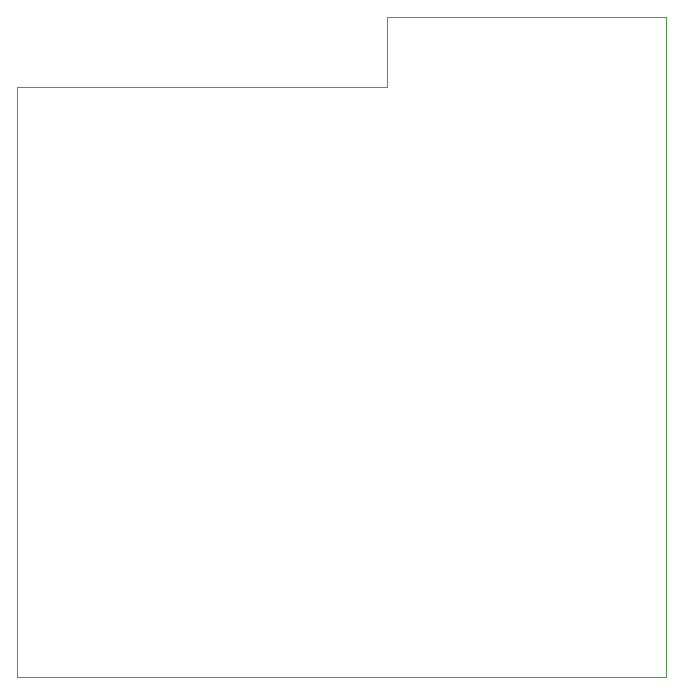
<source format=gbr>
G04 #@! TF.GenerationSoftware,KiCad,Pcbnew,5.1.1-8be2ce7~80~ubuntu18.04.1*
G04 #@! TF.CreationDate,2019-04-21T11:51:28+07:00*
G04 #@! TF.ProjectId,driver-servo-esp32,64726976-6572-42d7-9365-72766f2d6573,rev?*
G04 #@! TF.SameCoordinates,Original*
G04 #@! TF.FileFunction,Profile,NP*
%FSLAX46Y46*%
G04 Gerber Fmt 4.6, Leading zero omitted, Abs format (unit mm)*
G04 Created by KiCad (PCBNEW 5.1.1-8be2ce7~80~ubuntu18.04.1) date 2019-04-21 11:51:28*
%MOMM*%
%LPD*%
G04 APERTURE LIST*
%ADD10C,0.050000*%
G04 APERTURE END LIST*
D10*
X123329700Y-91579700D02*
X147000000Y-91579700D01*
X123329700Y-97500000D02*
X123329700Y-91579700D01*
X92000000Y-97500000D02*
X123329700Y-97500000D01*
X91998800Y-147500000D02*
X92000000Y-97500000D01*
X147000000Y-147500000D02*
X92000000Y-147500000D01*
X147000000Y-91579700D02*
X147000000Y-147500000D01*
M02*

</source>
